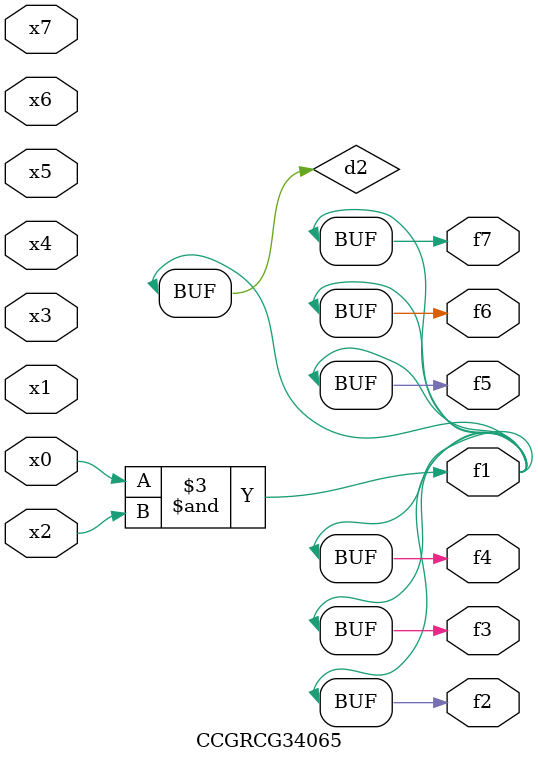
<source format=v>
module CCGRCG34065(
	input x0, x1, x2, x3, x4, x5, x6, x7,
	output f1, f2, f3, f4, f5, f6, f7
);

	wire d1, d2;

	nor (d1, x3, x6);
	and (d2, x0, x2);
	assign f1 = d2;
	assign f2 = d2;
	assign f3 = d2;
	assign f4 = d2;
	assign f5 = d2;
	assign f6 = d2;
	assign f7 = d2;
endmodule

</source>
